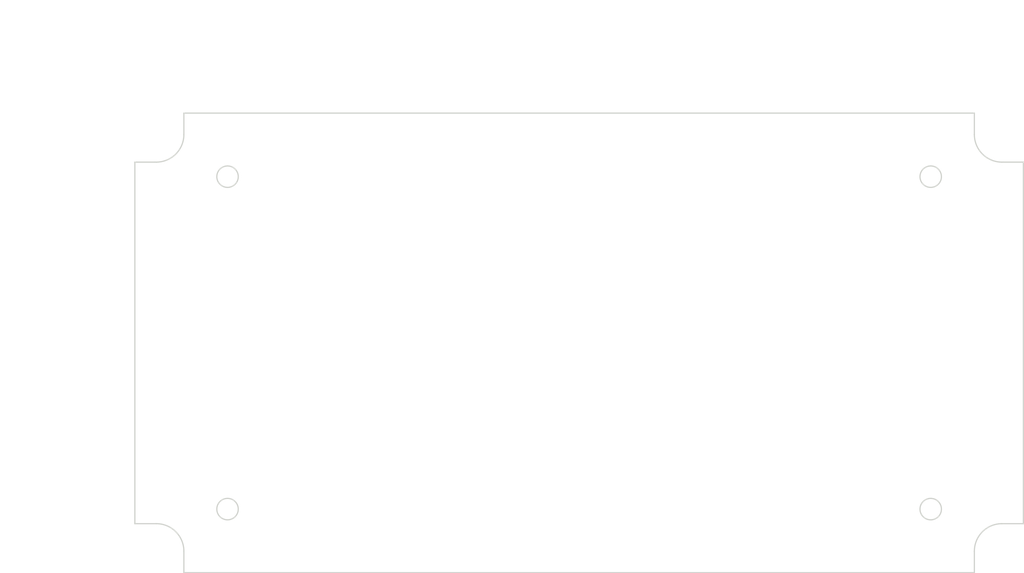
<source format=kicad_pcb>
(kicad_pcb (version 20171130) (host pcbnew "(5.1.0)-1")

  (general
    (thickness 1.6)
    (drawings 64)
    (tracks 0)
    (zones 0)
    (modules 0)
    (nets 1)
  )

  (page A4)
  (layers
    (0 F.Cu signal)
    (31 B.Cu signal)
    (32 B.Adhes user)
    (33 F.Adhes user)
    (34 B.Paste user)
    (35 F.Paste user)
    (36 B.SilkS user)
    (37 F.SilkS user)
    (38 B.Mask user)
    (39 F.Mask user)
    (40 Dwgs.User user)
    (41 Cmts.User user)
    (42 Eco1.User user)
    (43 Eco2.User user)
    (44 Edge.Cuts user)
    (45 Margin user)
    (46 B.CrtYd user)
    (47 F.CrtYd user)
    (48 B.Fab user)
    (49 F.Fab user)
  )

  (setup
    (last_trace_width 0.25)
    (trace_clearance 0.2)
    (zone_clearance 0.508)
    (zone_45_only no)
    (trace_min 0.2)
    (via_size 0.8)
    (via_drill 0.4)
    (via_min_size 0.4)
    (via_min_drill 0.3)
    (uvia_size 0.3)
    (uvia_drill 0.1)
    (uvias_allowed no)
    (uvia_min_size 0.2)
    (uvia_min_drill 0.1)
    (edge_width 0.05)
    (segment_width 0.2)
    (pcb_text_width 0.3)
    (pcb_text_size 1.5 1.5)
    (mod_edge_width 0.12)
    (mod_text_size 1 1)
    (mod_text_width 0.15)
    (pad_size 1.524 1.524)
    (pad_drill 0.762)
    (pad_to_mask_clearance 0.051)
    (solder_mask_min_width 0.25)
    (aux_axis_origin 0 0)
    (visible_elements FFFFFF7F)
    (pcbplotparams
      (layerselection 0x010fc_ffffffff)
      (usegerberextensions false)
      (usegerberattributes false)
      (usegerberadvancedattributes false)
      (creategerberjobfile false)
      (excludeedgelayer true)
      (linewidth 0.152400)
      (plotframeref false)
      (viasonmask false)
      (mode 1)
      (useauxorigin false)
      (hpglpennumber 1)
      (hpglpenspeed 20)
      (hpglpendiameter 15.000000)
      (psnegative false)
      (psa4output false)
      (plotreference true)
      (plotvalue true)
      (plotinvisibletext false)
      (padsonsilk false)
      (subtractmaskfromsilk false)
      (outputformat 1)
      (mirror false)
      (drillshape 1)
      (scaleselection 1)
      (outputdirectory ""))
  )

  (net 0 "")

  (net_class Default "This is the default net class."
    (clearance 0.2)
    (trace_width 0.25)
    (via_dia 0.8)
    (via_drill 0.4)
    (uvia_dia 0.3)
    (uvia_drill 0.1)
  )

  (gr_line (start 79.629869 131.913195) (end 79.629869 72.913195) (layer Edge.Cuts) (width 0.2))
  (gr_line (start 83.129869 131.913195) (end 79.629869 131.913195) (layer Edge.Cuts) (width 0.2))
  (gr_arc (start 83.129869 136.413195) (end 87.629869 136.413195) (angle -90) (layer Edge.Cuts) (width 0.2))
  (gr_line (start 87.629869 139.913195) (end 87.629869 136.413195) (layer Edge.Cuts) (width 0.2))
  (gr_line (start 216.629869 139.913195) (end 87.629869 139.913195) (layer Edge.Cuts) (width 0.2))
  (gr_line (start 216.629869 136.413195) (end 216.629869 139.913195) (layer Edge.Cuts) (width 0.2))
  (gr_arc (start 221.129869 136.413195) (end 221.129869 131.913195) (angle -90) (layer Edge.Cuts) (width 0.2))
  (gr_line (start 224.629869 131.913195) (end 221.129869 131.913195) (layer Edge.Cuts) (width 0.2))
  (gr_line (start 224.629869 72.913195) (end 224.629869 131.913195) (layer Edge.Cuts) (width 0.2))
  (gr_line (start 221.129869 72.913195) (end 224.629869 72.913195) (layer Edge.Cuts) (width 0.2))
  (gr_arc (start 221.129869 68.413195) (end 216.629869 68.413195) (angle -90) (layer Edge.Cuts) (width 0.2))
  (gr_line (start 216.629869 64.913195) (end 216.629869 68.413195) (layer Edge.Cuts) (width 0.2))
  (gr_line (start 87.629869 64.913195) (end 216.629869 64.913195) (layer Edge.Cuts) (width 0.2))
  (gr_line (start 87.629869 68.413195) (end 87.629869 64.913195) (layer Edge.Cuts) (width 0.2))
  (gr_arc (start 83.129869 68.413195) (end 83.129869 72.913195) (angle -90) (layer Edge.Cuts) (width 0.2))
  (gr_line (start 79.629869 72.913195) (end 83.129869 72.913195) (layer Edge.Cuts) (width 0.2))
  (gr_circle (center 94.754869 129.538195) (end 96.504869 129.538195) (layer Edge.Cuts) (width 0.2))
  (gr_circle (center 209.504869 75.288195) (end 211.254869 75.288195) (layer Edge.Cuts) (width 0.2))
  (gr_circle (center 94.754869 75.288195) (end 96.504869 75.288195) (layer Edge.Cuts) (width 0.2))
  (gr_circle (center 209.504869 129.538195) (end 211.254869 129.538195) (layer Edge.Cuts) (width 0.2))
  (gr_line (start 94.754869 75.378195) (end 94.754869 75.198195) (layer Dwgs.User) (width 0.2))
  (gr_line (start 94.664869 75.288195) (end 94.844869 75.288195) (layer Dwgs.User) (width 0.2))
  (gr_text " ∅3.50\n[∅0.14]" (at 108.877166 71.503842) (layer Dwgs.User)
    (effects (font (size 1.7 1.53) (thickness 0.2125)))
  )
  (gr_line (start 102.340297 71.503842) (end 98.110449 73.614104) (layer Dwgs.User) (width 0.2))
  (gr_line (start 104.340297 71.503842) (end 102.340297 71.503842) (layer Dwgs.User) (width 0.2))
  (gr_text [2.14] (at 74.954156 105.205485) (layer Dwgs.User)
    (effects (font (size 1.7 1.53) (thickness 0.2125)))
  )
  (gr_text " 54.25" (at 74.954156 101.64805) (layer Dwgs.User)
    (effects (font (size 1.7 1.53) (thickness 0.2125)))
  )
  (gr_line (start 74.954156 127.538195) (end 74.954156 106.87346) (layer Dwgs.User) (width 0.2))
  (gr_line (start 93.754869 75.288195) (end 71.779156 75.288195) (layer Dwgs.User) (width 0.2))
  (gr_line (start 93.754869 129.538195) (end 71.779156 129.538195) (layer Dwgs.User) (width 0.2))
  (gr_text [4.52] (at 160.487943 62.48243) (layer Dwgs.User)
    (effects (font (size 1.7 1.53) (thickness 0.2125)))
  )
  (gr_text " 114.75" (at 160.487943 58.924995) (layer Dwgs.User)
    (effects (font (size 1.7 1.53) (thickness 0.2125)))
  )
  (gr_line (start 96.754869 60.592969) (end 155.773653 60.592969) (layer Dwgs.User) (width 0.2))
  (gr_line (start 207.504869 60.592969) (end 165.202234 60.592969) (layer Dwgs.User) (width 0.2))
  (gr_line (start 94.754869 74.288195) (end 94.754869 57.417969) (layer Dwgs.User) (width 0.2))
  (gr_line (start 209.504869 74.288195) (end 209.504869 57.417969) (layer Dwgs.User) (width 0.2))
  (gr_text [5.08] (at 145.917663 56.802656) (layer Dwgs.User)
    (effects (font (size 1.7 1.53) (thickness 0.2125)))
  )
  (gr_text " 129.00" (at 145.917663 53.245221) (layer Dwgs.User)
    (effects (font (size 1.7 1.53) (thickness 0.2125)))
  )
  (gr_line (start 89.629869 54.913195) (end 141.21265 54.913195) (layer Dwgs.User) (width 0.2))
  (gr_line (start 214.629869 54.913195) (end 150.622677 54.913195) (layer Dwgs.User) (width 0.2))
  (gr_line (start 87.629869 63.913195) (end 87.629869 51.738195) (layer Dwgs.User) (width 0.2))
  (gr_line (start 216.629869 63.913195) (end 216.629869 51.738195) (layer Dwgs.User) (width 0.2))
  (gr_text [2.32] (at 67.678169 91.69294) (layer Dwgs.User)
    (effects (font (size 1.7 1.53) (thickness 0.2125)))
  )
  (gr_text " 59.00" (at 67.678169 88.135505) (layer Dwgs.User)
    (effects (font (size 1.7 1.53) (thickness 0.2125)))
  )
  (gr_line (start 67.678169 74.913195) (end 67.678169 86.246044) (layer Dwgs.User) (width 0.2))
  (gr_line (start 67.678169 129.913195) (end 67.678169 93.360914) (layer Dwgs.User) (width 0.2))
  (gr_line (start 78.629869 72.913195) (end 64.503169 72.913195) (layer Dwgs.User) (width 0.2))
  (gr_line (start 78.629869 131.913195) (end 64.503169 131.913195) (layer Dwgs.User) (width 0.2))
  (gr_text [R0.18] (at 101.86379 83.299034) (layer Dwgs.User)
    (effects (font (size 1.7 1.53) (thickness 0.2125)))
  )
  (gr_text " R4.50" (at 101.86379 79.741599) (layer Dwgs.User)
    (effects (font (size 1.7 1.53) (thickness 0.2125)))
  )
  (gr_line (start 95.393019 81.409573) (end 87.590767 73.140815) (layer Dwgs.User) (width 0.2))
  (gr_line (start 97.393019 81.409573) (end 95.393019 81.409573) (layer Dwgs.User) (width 0.2))
  (gr_text [2.95] (at 61.649495 106.868568) (layer Dwgs.User)
    (effects (font (size 1.7 1.53) (thickness 0.2125)))
  )
  (gr_text " 75.00" (at 61.649495 103.311133) (layer Dwgs.User)
    (effects (font (size 1.7 1.53) (thickness 0.2125)))
  )
  (gr_line (start 61.649495 66.913195) (end 61.649495 101.421671) (layer Dwgs.User) (width 0.2))
  (gr_line (start 61.649495 137.913195) (end 61.649495 108.536542) (layer Dwgs.User) (width 0.2))
  (gr_line (start 86.629869 64.913195) (end 58.474495 64.913195) (layer Dwgs.User) (width 0.2))
  (gr_line (start 86.629869 139.913195) (end 58.474495 139.913195) (layer Dwgs.User) (width 0.2))
  (gr_text [5.71] (at 164.72657 51.620948) (layer Dwgs.User)
    (effects (font (size 1.7 1.53) (thickness 0.2125)))
  )
  (gr_text " 145.00" (at 164.72657 48.063513) (layer Dwgs.User)
    (effects (font (size 1.7 1.53) (thickness 0.2125)))
  )
  (gr_line (start 81.629869 49.731487) (end 160.021556 49.731487) (layer Dwgs.User) (width 0.2))
  (gr_line (start 222.629869 49.731487) (end 169.431584 49.731487) (layer Dwgs.User) (width 0.2))
  (gr_line (start 79.629869 71.913195) (end 79.629869 46.556487) (layer Dwgs.User) (width 0.2))
  (gr_line (start 224.629869 71.913195) (end 224.629869 46.556487) (layer Dwgs.User) (width 0.2))

)

</source>
